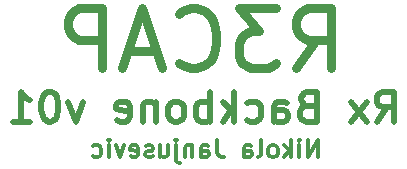
<source format=gbo>
G04 #@! TF.GenerationSoftware,KiCad,Pcbnew,5.0.2-bee76a0~70~ubuntu16.04.1*
G04 #@! TF.CreationDate,2019-02-24T18:58:32-05:00*
G04 #@! TF.ProjectId,chain_v03,63686169-6e5f-4763-9033-2e6b69636164,rev?*
G04 #@! TF.SameCoordinates,Original*
G04 #@! TF.FileFunction,Legend,Bot*
G04 #@! TF.FilePolarity,Positive*
%FSLAX46Y46*%
G04 Gerber Fmt 4.6, Leading zero omitted, Abs format (unit mm)*
G04 Created by KiCad (PCBNEW 5.0.2-bee76a0~70~ubuntu16.04.1) date Sun 24 Feb 2019 06:58:32 PM EST*
%MOMM*%
%LPD*%
G01*
G04 APERTURE LIST*
%ADD10C,0.300000*%
%ADD11C,0.762000*%
%ADD12C,0.508000*%
G04 APERTURE END LIST*
D10*
X86550900Y-86152111D02*
X86550900Y-84652111D01*
X85693757Y-86152111D01*
X85693757Y-84652111D01*
X84979471Y-86152111D02*
X84979471Y-85152111D01*
X84979471Y-84652111D02*
X85050900Y-84723540D01*
X84979471Y-84794968D01*
X84908042Y-84723540D01*
X84979471Y-84652111D01*
X84979471Y-84794968D01*
X84265185Y-86152111D02*
X84265185Y-84652111D01*
X84122328Y-85580682D02*
X83693757Y-86152111D01*
X83693757Y-85152111D02*
X84265185Y-85723540D01*
X82836614Y-86152111D02*
X82979471Y-86080682D01*
X83050900Y-86009254D01*
X83122328Y-85866397D01*
X83122328Y-85437825D01*
X83050900Y-85294968D01*
X82979471Y-85223540D01*
X82836614Y-85152111D01*
X82622328Y-85152111D01*
X82479471Y-85223540D01*
X82408042Y-85294968D01*
X82336614Y-85437825D01*
X82336614Y-85866397D01*
X82408042Y-86009254D01*
X82479471Y-86080682D01*
X82622328Y-86152111D01*
X82836614Y-86152111D01*
X81479471Y-86152111D02*
X81622328Y-86080682D01*
X81693757Y-85937825D01*
X81693757Y-84652111D01*
X80265185Y-86152111D02*
X80265185Y-85366397D01*
X80336614Y-85223540D01*
X80479471Y-85152111D01*
X80765185Y-85152111D01*
X80908042Y-85223540D01*
X80265185Y-86080682D02*
X80408042Y-86152111D01*
X80765185Y-86152111D01*
X80908042Y-86080682D01*
X80979471Y-85937825D01*
X80979471Y-85794968D01*
X80908042Y-85652111D01*
X80765185Y-85580682D01*
X80408042Y-85580682D01*
X80265185Y-85509254D01*
X77979471Y-84652111D02*
X77979471Y-85723540D01*
X78050900Y-85937825D01*
X78193757Y-86080682D01*
X78408042Y-86152111D01*
X78550900Y-86152111D01*
X76622328Y-86152111D02*
X76622328Y-85366397D01*
X76693757Y-85223540D01*
X76836614Y-85152111D01*
X77122328Y-85152111D01*
X77265185Y-85223540D01*
X76622328Y-86080682D02*
X76765185Y-86152111D01*
X77122328Y-86152111D01*
X77265185Y-86080682D01*
X77336614Y-85937825D01*
X77336614Y-85794968D01*
X77265185Y-85652111D01*
X77122328Y-85580682D01*
X76765185Y-85580682D01*
X76622328Y-85509254D01*
X75908042Y-85152111D02*
X75908042Y-86152111D01*
X75908042Y-85294968D02*
X75836614Y-85223540D01*
X75693757Y-85152111D01*
X75479471Y-85152111D01*
X75336614Y-85223540D01*
X75265185Y-85366397D01*
X75265185Y-86152111D01*
X74550900Y-85152111D02*
X74550900Y-86437825D01*
X74622328Y-86580682D01*
X74765185Y-86652111D01*
X74836614Y-86652111D01*
X74550900Y-84652111D02*
X74622328Y-84723540D01*
X74550900Y-84794968D01*
X74479471Y-84723540D01*
X74550900Y-84652111D01*
X74550900Y-84794968D01*
X73193757Y-85152111D02*
X73193757Y-86152111D01*
X73836614Y-85152111D02*
X73836614Y-85937825D01*
X73765185Y-86080682D01*
X73622328Y-86152111D01*
X73408042Y-86152111D01*
X73265185Y-86080682D01*
X73193757Y-86009254D01*
X72550900Y-86080682D02*
X72408042Y-86152111D01*
X72122328Y-86152111D01*
X71979471Y-86080682D01*
X71908042Y-85937825D01*
X71908042Y-85866397D01*
X71979471Y-85723540D01*
X72122328Y-85652111D01*
X72336614Y-85652111D01*
X72479471Y-85580682D01*
X72550900Y-85437825D01*
X72550900Y-85366397D01*
X72479471Y-85223540D01*
X72336614Y-85152111D01*
X72122328Y-85152111D01*
X71979471Y-85223540D01*
X70693757Y-86080682D02*
X70836614Y-86152111D01*
X71122328Y-86152111D01*
X71265185Y-86080682D01*
X71336614Y-85937825D01*
X71336614Y-85366397D01*
X71265185Y-85223540D01*
X71122328Y-85152111D01*
X70836614Y-85152111D01*
X70693757Y-85223540D01*
X70622328Y-85366397D01*
X70622328Y-85509254D01*
X71336614Y-85652111D01*
X70122328Y-85152111D02*
X69765185Y-86152111D01*
X69408042Y-85152111D01*
X68836614Y-86152111D02*
X68836614Y-85152111D01*
X68836614Y-84652111D02*
X68908042Y-84723540D01*
X68836614Y-84794968D01*
X68765185Y-84723540D01*
X68836614Y-84652111D01*
X68836614Y-84794968D01*
X67479471Y-86080682D02*
X67622328Y-86152111D01*
X67908042Y-86152111D01*
X68050900Y-86080682D01*
X68122328Y-86009254D01*
X68193757Y-85866397D01*
X68193757Y-85437825D01*
X68122328Y-85294968D01*
X68050900Y-85223540D01*
X67908042Y-85152111D01*
X67622328Y-85152111D01*
X67479471Y-85223540D01*
D11*
X84720369Y-78620015D02*
X86413702Y-76200967D01*
X87623226Y-78620015D02*
X87623226Y-73540015D01*
X85687988Y-73540015D01*
X85204179Y-73781920D01*
X84962274Y-74023824D01*
X84720369Y-74507634D01*
X84720369Y-75233348D01*
X84962274Y-75717158D01*
X85204179Y-75959062D01*
X85687988Y-76200967D01*
X87623226Y-76200967D01*
X83027036Y-73540015D02*
X79882274Y-73540015D01*
X81575607Y-75475253D01*
X80849893Y-75475253D01*
X80366083Y-75717158D01*
X80124179Y-75959062D01*
X79882274Y-76442872D01*
X79882274Y-77652396D01*
X80124179Y-78136205D01*
X80366083Y-78378110D01*
X80849893Y-78620015D01*
X82301321Y-78620015D01*
X82785131Y-78378110D01*
X83027036Y-78136205D01*
X74802274Y-78136205D02*
X75044179Y-78378110D01*
X75769893Y-78620015D01*
X76253702Y-78620015D01*
X76979417Y-78378110D01*
X77463226Y-77894300D01*
X77705131Y-77410491D01*
X77947036Y-76442872D01*
X77947036Y-75717158D01*
X77705131Y-74749539D01*
X77463226Y-74265729D01*
X76979417Y-73781920D01*
X76253702Y-73540015D01*
X75769893Y-73540015D01*
X75044179Y-73781920D01*
X74802274Y-74023824D01*
X72867036Y-77168586D02*
X70447988Y-77168586D01*
X73350845Y-78620015D02*
X71657512Y-73540015D01*
X69964179Y-78620015D01*
X68270845Y-78620015D02*
X68270845Y-73540015D01*
X66335607Y-73540015D01*
X65851798Y-73781920D01*
X65609893Y-74023824D01*
X65367988Y-74507634D01*
X65367988Y-75233348D01*
X65609893Y-75717158D01*
X65851798Y-75959062D01*
X66335607Y-76200967D01*
X68270845Y-76200967D01*
D12*
X91541358Y-83135167D02*
X92388024Y-81925643D01*
X92992786Y-83135167D02*
X92992786Y-80595167D01*
X92025167Y-80595167D01*
X91783262Y-80716120D01*
X91662310Y-80837072D01*
X91541358Y-81078977D01*
X91541358Y-81441834D01*
X91662310Y-81683739D01*
X91783262Y-81804691D01*
X92025167Y-81925643D01*
X92992786Y-81925643D01*
X90694691Y-83135167D02*
X89364215Y-81441834D01*
X90694691Y-81441834D02*
X89364215Y-83135167D01*
X85614691Y-81804691D02*
X85251834Y-81925643D01*
X85130881Y-82046596D01*
X85009929Y-82288500D01*
X85009929Y-82651358D01*
X85130881Y-82893262D01*
X85251834Y-83014215D01*
X85493739Y-83135167D01*
X86461358Y-83135167D01*
X86461358Y-80595167D01*
X85614691Y-80595167D01*
X85372786Y-80716120D01*
X85251834Y-80837072D01*
X85130881Y-81078977D01*
X85130881Y-81320881D01*
X85251834Y-81562786D01*
X85372786Y-81683739D01*
X85614691Y-81804691D01*
X86461358Y-81804691D01*
X82832786Y-83135167D02*
X82832786Y-81804691D01*
X82953739Y-81562786D01*
X83195643Y-81441834D01*
X83679453Y-81441834D01*
X83921358Y-81562786D01*
X82832786Y-83014215D02*
X83074691Y-83135167D01*
X83679453Y-83135167D01*
X83921358Y-83014215D01*
X84042310Y-82772310D01*
X84042310Y-82530405D01*
X83921358Y-82288500D01*
X83679453Y-82167548D01*
X83074691Y-82167548D01*
X82832786Y-82046596D01*
X80534691Y-83014215D02*
X80776596Y-83135167D01*
X81260405Y-83135167D01*
X81502310Y-83014215D01*
X81623262Y-82893262D01*
X81744215Y-82651358D01*
X81744215Y-81925643D01*
X81623262Y-81683739D01*
X81502310Y-81562786D01*
X81260405Y-81441834D01*
X80776596Y-81441834D01*
X80534691Y-81562786D01*
X79446120Y-83135167D02*
X79446120Y-80595167D01*
X79204215Y-82167548D02*
X78478500Y-83135167D01*
X78478500Y-81441834D02*
X79446120Y-82409453D01*
X77389929Y-83135167D02*
X77389929Y-80595167D01*
X77389929Y-81562786D02*
X77148024Y-81441834D01*
X76664215Y-81441834D01*
X76422310Y-81562786D01*
X76301358Y-81683739D01*
X76180405Y-81925643D01*
X76180405Y-82651358D01*
X76301358Y-82893262D01*
X76422310Y-83014215D01*
X76664215Y-83135167D01*
X77148024Y-83135167D01*
X77389929Y-83014215D01*
X74728977Y-83135167D02*
X74970881Y-83014215D01*
X75091834Y-82893262D01*
X75212786Y-82651358D01*
X75212786Y-81925643D01*
X75091834Y-81683739D01*
X74970881Y-81562786D01*
X74728977Y-81441834D01*
X74366120Y-81441834D01*
X74124215Y-81562786D01*
X74003262Y-81683739D01*
X73882310Y-81925643D01*
X73882310Y-82651358D01*
X74003262Y-82893262D01*
X74124215Y-83014215D01*
X74366120Y-83135167D01*
X74728977Y-83135167D01*
X72793739Y-81441834D02*
X72793739Y-83135167D01*
X72793739Y-81683739D02*
X72672786Y-81562786D01*
X72430881Y-81441834D01*
X72068024Y-81441834D01*
X71826120Y-81562786D01*
X71705167Y-81804691D01*
X71705167Y-83135167D01*
X69528024Y-83014215D02*
X69769929Y-83135167D01*
X70253739Y-83135167D01*
X70495643Y-83014215D01*
X70616596Y-82772310D01*
X70616596Y-81804691D01*
X70495643Y-81562786D01*
X70253739Y-81441834D01*
X69769929Y-81441834D01*
X69528024Y-81562786D01*
X69407072Y-81804691D01*
X69407072Y-82046596D01*
X70616596Y-82288500D01*
X66625167Y-81441834D02*
X66020405Y-83135167D01*
X65415643Y-81441834D01*
X63964215Y-80595167D02*
X63722310Y-80595167D01*
X63480405Y-80716120D01*
X63359453Y-80837072D01*
X63238500Y-81078977D01*
X63117548Y-81562786D01*
X63117548Y-82167548D01*
X63238500Y-82651358D01*
X63359453Y-82893262D01*
X63480405Y-83014215D01*
X63722310Y-83135167D01*
X63964215Y-83135167D01*
X64206119Y-83014215D01*
X64327072Y-82893262D01*
X64448024Y-82651358D01*
X64568977Y-82167548D01*
X64568977Y-81562786D01*
X64448024Y-81078977D01*
X64327072Y-80837072D01*
X64206119Y-80716120D01*
X63964215Y-80595167D01*
X60698500Y-83135167D02*
X62149929Y-83135167D01*
X61424215Y-83135167D02*
X61424215Y-80595167D01*
X61666119Y-80958024D01*
X61908024Y-81199929D01*
X62149929Y-81320881D01*
M02*

</source>
